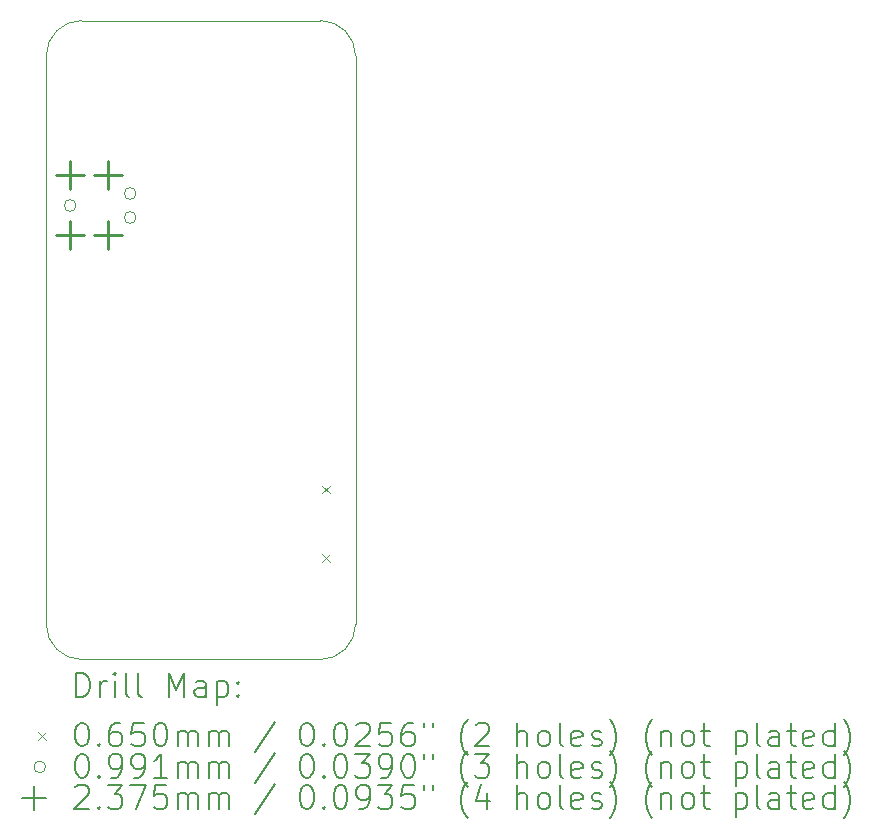
<source format=gbr>
%TF.GenerationSoftware,KiCad,Pcbnew,7.0.9+1*%
%TF.CreationDate,2024-01-15T22:22:26-05:00*%
%TF.ProjectId,2812-32-mini,32383132-2d33-4322-9d6d-696e692e6b69,rev?*%
%TF.SameCoordinates,Original*%
%TF.FileFunction,Drillmap*%
%TF.FilePolarity,Positive*%
%FSLAX45Y45*%
G04 Gerber Fmt 4.5, Leading zero omitted, Abs format (unit mm)*
G04 Created by KiCad (PCBNEW 7.0.9+1) date 2024-01-15 22:22:26*
%MOMM*%
%LPD*%
G01*
G04 APERTURE LIST*
%ADD10C,0.100000*%
%ADD11C,0.200000*%
%ADD12C,0.237490*%
G04 APERTURE END LIST*
D10*
X8000000Y-1800000D02*
G75*
G03*
X7700000Y-2100000I0J-300000D01*
G01*
X7700000Y-2100000D02*
X7700000Y-6910000D01*
X10020000Y-7210000D02*
X8000000Y-7210000D01*
X10320000Y-2100000D02*
X10320000Y-6910000D01*
X10320000Y-2100000D02*
G75*
G03*
X10020000Y-1800000I-300000J0D01*
G01*
X8000000Y-1800000D02*
X10020000Y-1800000D01*
X7700000Y-6910000D02*
G75*
G03*
X8000000Y-7210000I300000J0D01*
G01*
X10020000Y-7210000D02*
G75*
G03*
X10320000Y-6910000I0J300000D01*
G01*
D11*
D10*
X10036500Y-5738500D02*
X10101500Y-5803500D01*
X10101500Y-5738500D02*
X10036500Y-5803500D01*
X10036500Y-6316500D02*
X10101500Y-6381500D01*
X10101500Y-6316500D02*
X10036500Y-6381500D01*
X7952030Y-3366000D02*
G75*
G03*
X7952030Y-3366000I-49530J0D01*
G01*
X8460030Y-3264400D02*
G75*
G03*
X8460030Y-3264400I-49530J0D01*
G01*
X8460030Y-3467600D02*
G75*
G03*
X8460030Y-3467600I-49530J0D01*
G01*
D12*
X7902500Y-2993255D02*
X7902500Y-3230745D01*
X7783755Y-3112000D02*
X8021245Y-3112000D01*
X7902500Y-3501255D02*
X7902500Y-3738745D01*
X7783755Y-3620000D02*
X8021245Y-3620000D01*
X8220000Y-2993255D02*
X8220000Y-3230745D01*
X8101255Y-3112000D02*
X8338745Y-3112000D01*
X8220000Y-3501255D02*
X8220000Y-3738745D01*
X8101255Y-3620000D02*
X8338745Y-3620000D01*
D11*
X7955777Y-7526484D02*
X7955777Y-7326484D01*
X7955777Y-7326484D02*
X8003396Y-7326484D01*
X8003396Y-7326484D02*
X8031967Y-7336008D01*
X8031967Y-7336008D02*
X8051015Y-7355055D01*
X8051015Y-7355055D02*
X8060539Y-7374103D01*
X8060539Y-7374103D02*
X8070062Y-7412198D01*
X8070062Y-7412198D02*
X8070062Y-7440769D01*
X8070062Y-7440769D02*
X8060539Y-7478865D01*
X8060539Y-7478865D02*
X8051015Y-7497912D01*
X8051015Y-7497912D02*
X8031967Y-7516960D01*
X8031967Y-7516960D02*
X8003396Y-7526484D01*
X8003396Y-7526484D02*
X7955777Y-7526484D01*
X8155777Y-7526484D02*
X8155777Y-7393150D01*
X8155777Y-7431246D02*
X8165301Y-7412198D01*
X8165301Y-7412198D02*
X8174824Y-7402674D01*
X8174824Y-7402674D02*
X8193872Y-7393150D01*
X8193872Y-7393150D02*
X8212920Y-7393150D01*
X8279586Y-7526484D02*
X8279586Y-7393150D01*
X8279586Y-7326484D02*
X8270062Y-7336008D01*
X8270062Y-7336008D02*
X8279586Y-7345531D01*
X8279586Y-7345531D02*
X8289110Y-7336008D01*
X8289110Y-7336008D02*
X8279586Y-7326484D01*
X8279586Y-7326484D02*
X8279586Y-7345531D01*
X8403396Y-7526484D02*
X8384348Y-7516960D01*
X8384348Y-7516960D02*
X8374824Y-7497912D01*
X8374824Y-7497912D02*
X8374824Y-7326484D01*
X8508158Y-7526484D02*
X8489110Y-7516960D01*
X8489110Y-7516960D02*
X8479586Y-7497912D01*
X8479586Y-7497912D02*
X8479586Y-7326484D01*
X8736729Y-7526484D02*
X8736729Y-7326484D01*
X8736729Y-7326484D02*
X8803396Y-7469341D01*
X8803396Y-7469341D02*
X8870063Y-7326484D01*
X8870063Y-7326484D02*
X8870063Y-7526484D01*
X9051015Y-7526484D02*
X9051015Y-7421722D01*
X9051015Y-7421722D02*
X9041491Y-7402674D01*
X9041491Y-7402674D02*
X9022444Y-7393150D01*
X9022444Y-7393150D02*
X8984348Y-7393150D01*
X8984348Y-7393150D02*
X8965301Y-7402674D01*
X9051015Y-7516960D02*
X9031967Y-7526484D01*
X9031967Y-7526484D02*
X8984348Y-7526484D01*
X8984348Y-7526484D02*
X8965301Y-7516960D01*
X8965301Y-7516960D02*
X8955777Y-7497912D01*
X8955777Y-7497912D02*
X8955777Y-7478865D01*
X8955777Y-7478865D02*
X8965301Y-7459817D01*
X8965301Y-7459817D02*
X8984348Y-7450293D01*
X8984348Y-7450293D02*
X9031967Y-7450293D01*
X9031967Y-7450293D02*
X9051015Y-7440769D01*
X9146253Y-7393150D02*
X9146253Y-7593150D01*
X9146253Y-7402674D02*
X9165301Y-7393150D01*
X9165301Y-7393150D02*
X9203396Y-7393150D01*
X9203396Y-7393150D02*
X9222444Y-7402674D01*
X9222444Y-7402674D02*
X9231967Y-7412198D01*
X9231967Y-7412198D02*
X9241491Y-7431246D01*
X9241491Y-7431246D02*
X9241491Y-7488388D01*
X9241491Y-7488388D02*
X9231967Y-7507436D01*
X9231967Y-7507436D02*
X9222444Y-7516960D01*
X9222444Y-7516960D02*
X9203396Y-7526484D01*
X9203396Y-7526484D02*
X9165301Y-7526484D01*
X9165301Y-7526484D02*
X9146253Y-7516960D01*
X9327205Y-7507436D02*
X9336729Y-7516960D01*
X9336729Y-7516960D02*
X9327205Y-7526484D01*
X9327205Y-7526484D02*
X9317682Y-7516960D01*
X9317682Y-7516960D02*
X9327205Y-7507436D01*
X9327205Y-7507436D02*
X9327205Y-7526484D01*
X9327205Y-7402674D02*
X9336729Y-7412198D01*
X9336729Y-7412198D02*
X9327205Y-7421722D01*
X9327205Y-7421722D02*
X9317682Y-7412198D01*
X9317682Y-7412198D02*
X9327205Y-7402674D01*
X9327205Y-7402674D02*
X9327205Y-7421722D01*
D10*
X7630000Y-7822500D02*
X7695000Y-7887500D01*
X7695000Y-7822500D02*
X7630000Y-7887500D01*
D11*
X7993872Y-7746484D02*
X8012920Y-7746484D01*
X8012920Y-7746484D02*
X8031967Y-7756008D01*
X8031967Y-7756008D02*
X8041491Y-7765531D01*
X8041491Y-7765531D02*
X8051015Y-7784579D01*
X8051015Y-7784579D02*
X8060539Y-7822674D01*
X8060539Y-7822674D02*
X8060539Y-7870293D01*
X8060539Y-7870293D02*
X8051015Y-7908388D01*
X8051015Y-7908388D02*
X8041491Y-7927436D01*
X8041491Y-7927436D02*
X8031967Y-7936960D01*
X8031967Y-7936960D02*
X8012920Y-7946484D01*
X8012920Y-7946484D02*
X7993872Y-7946484D01*
X7993872Y-7946484D02*
X7974824Y-7936960D01*
X7974824Y-7936960D02*
X7965301Y-7927436D01*
X7965301Y-7927436D02*
X7955777Y-7908388D01*
X7955777Y-7908388D02*
X7946253Y-7870293D01*
X7946253Y-7870293D02*
X7946253Y-7822674D01*
X7946253Y-7822674D02*
X7955777Y-7784579D01*
X7955777Y-7784579D02*
X7965301Y-7765531D01*
X7965301Y-7765531D02*
X7974824Y-7756008D01*
X7974824Y-7756008D02*
X7993872Y-7746484D01*
X8146253Y-7927436D02*
X8155777Y-7936960D01*
X8155777Y-7936960D02*
X8146253Y-7946484D01*
X8146253Y-7946484D02*
X8136729Y-7936960D01*
X8136729Y-7936960D02*
X8146253Y-7927436D01*
X8146253Y-7927436D02*
X8146253Y-7946484D01*
X8327205Y-7746484D02*
X8289110Y-7746484D01*
X8289110Y-7746484D02*
X8270062Y-7756008D01*
X8270062Y-7756008D02*
X8260539Y-7765531D01*
X8260539Y-7765531D02*
X8241491Y-7794103D01*
X8241491Y-7794103D02*
X8231967Y-7832198D01*
X8231967Y-7832198D02*
X8231967Y-7908388D01*
X8231967Y-7908388D02*
X8241491Y-7927436D01*
X8241491Y-7927436D02*
X8251015Y-7936960D01*
X8251015Y-7936960D02*
X8270062Y-7946484D01*
X8270062Y-7946484D02*
X8308158Y-7946484D01*
X8308158Y-7946484D02*
X8327205Y-7936960D01*
X8327205Y-7936960D02*
X8336729Y-7927436D01*
X8336729Y-7927436D02*
X8346253Y-7908388D01*
X8346253Y-7908388D02*
X8346253Y-7860769D01*
X8346253Y-7860769D02*
X8336729Y-7841722D01*
X8336729Y-7841722D02*
X8327205Y-7832198D01*
X8327205Y-7832198D02*
X8308158Y-7822674D01*
X8308158Y-7822674D02*
X8270062Y-7822674D01*
X8270062Y-7822674D02*
X8251015Y-7832198D01*
X8251015Y-7832198D02*
X8241491Y-7841722D01*
X8241491Y-7841722D02*
X8231967Y-7860769D01*
X8527205Y-7746484D02*
X8431967Y-7746484D01*
X8431967Y-7746484D02*
X8422444Y-7841722D01*
X8422444Y-7841722D02*
X8431967Y-7832198D01*
X8431967Y-7832198D02*
X8451015Y-7822674D01*
X8451015Y-7822674D02*
X8498634Y-7822674D01*
X8498634Y-7822674D02*
X8517682Y-7832198D01*
X8517682Y-7832198D02*
X8527205Y-7841722D01*
X8527205Y-7841722D02*
X8536729Y-7860769D01*
X8536729Y-7860769D02*
X8536729Y-7908388D01*
X8536729Y-7908388D02*
X8527205Y-7927436D01*
X8527205Y-7927436D02*
X8517682Y-7936960D01*
X8517682Y-7936960D02*
X8498634Y-7946484D01*
X8498634Y-7946484D02*
X8451015Y-7946484D01*
X8451015Y-7946484D02*
X8431967Y-7936960D01*
X8431967Y-7936960D02*
X8422444Y-7927436D01*
X8660539Y-7746484D02*
X8679586Y-7746484D01*
X8679586Y-7746484D02*
X8698634Y-7756008D01*
X8698634Y-7756008D02*
X8708158Y-7765531D01*
X8708158Y-7765531D02*
X8717682Y-7784579D01*
X8717682Y-7784579D02*
X8727205Y-7822674D01*
X8727205Y-7822674D02*
X8727205Y-7870293D01*
X8727205Y-7870293D02*
X8717682Y-7908388D01*
X8717682Y-7908388D02*
X8708158Y-7927436D01*
X8708158Y-7927436D02*
X8698634Y-7936960D01*
X8698634Y-7936960D02*
X8679586Y-7946484D01*
X8679586Y-7946484D02*
X8660539Y-7946484D01*
X8660539Y-7946484D02*
X8641491Y-7936960D01*
X8641491Y-7936960D02*
X8631967Y-7927436D01*
X8631967Y-7927436D02*
X8622444Y-7908388D01*
X8622444Y-7908388D02*
X8612920Y-7870293D01*
X8612920Y-7870293D02*
X8612920Y-7822674D01*
X8612920Y-7822674D02*
X8622444Y-7784579D01*
X8622444Y-7784579D02*
X8631967Y-7765531D01*
X8631967Y-7765531D02*
X8641491Y-7756008D01*
X8641491Y-7756008D02*
X8660539Y-7746484D01*
X8812920Y-7946484D02*
X8812920Y-7813150D01*
X8812920Y-7832198D02*
X8822444Y-7822674D01*
X8822444Y-7822674D02*
X8841491Y-7813150D01*
X8841491Y-7813150D02*
X8870063Y-7813150D01*
X8870063Y-7813150D02*
X8889110Y-7822674D01*
X8889110Y-7822674D02*
X8898634Y-7841722D01*
X8898634Y-7841722D02*
X8898634Y-7946484D01*
X8898634Y-7841722D02*
X8908158Y-7822674D01*
X8908158Y-7822674D02*
X8927205Y-7813150D01*
X8927205Y-7813150D02*
X8955777Y-7813150D01*
X8955777Y-7813150D02*
X8974825Y-7822674D01*
X8974825Y-7822674D02*
X8984348Y-7841722D01*
X8984348Y-7841722D02*
X8984348Y-7946484D01*
X9079586Y-7946484D02*
X9079586Y-7813150D01*
X9079586Y-7832198D02*
X9089110Y-7822674D01*
X9089110Y-7822674D02*
X9108158Y-7813150D01*
X9108158Y-7813150D02*
X9136729Y-7813150D01*
X9136729Y-7813150D02*
X9155777Y-7822674D01*
X9155777Y-7822674D02*
X9165301Y-7841722D01*
X9165301Y-7841722D02*
X9165301Y-7946484D01*
X9165301Y-7841722D02*
X9174825Y-7822674D01*
X9174825Y-7822674D02*
X9193872Y-7813150D01*
X9193872Y-7813150D02*
X9222444Y-7813150D01*
X9222444Y-7813150D02*
X9241491Y-7822674D01*
X9241491Y-7822674D02*
X9251015Y-7841722D01*
X9251015Y-7841722D02*
X9251015Y-7946484D01*
X9641491Y-7736960D02*
X9470063Y-7994103D01*
X9898634Y-7746484D02*
X9917682Y-7746484D01*
X9917682Y-7746484D02*
X9936729Y-7756008D01*
X9936729Y-7756008D02*
X9946253Y-7765531D01*
X9946253Y-7765531D02*
X9955777Y-7784579D01*
X9955777Y-7784579D02*
X9965301Y-7822674D01*
X9965301Y-7822674D02*
X9965301Y-7870293D01*
X9965301Y-7870293D02*
X9955777Y-7908388D01*
X9955777Y-7908388D02*
X9946253Y-7927436D01*
X9946253Y-7927436D02*
X9936729Y-7936960D01*
X9936729Y-7936960D02*
X9917682Y-7946484D01*
X9917682Y-7946484D02*
X9898634Y-7946484D01*
X9898634Y-7946484D02*
X9879587Y-7936960D01*
X9879587Y-7936960D02*
X9870063Y-7927436D01*
X9870063Y-7927436D02*
X9860539Y-7908388D01*
X9860539Y-7908388D02*
X9851015Y-7870293D01*
X9851015Y-7870293D02*
X9851015Y-7822674D01*
X9851015Y-7822674D02*
X9860539Y-7784579D01*
X9860539Y-7784579D02*
X9870063Y-7765531D01*
X9870063Y-7765531D02*
X9879587Y-7756008D01*
X9879587Y-7756008D02*
X9898634Y-7746484D01*
X10051015Y-7927436D02*
X10060539Y-7936960D01*
X10060539Y-7936960D02*
X10051015Y-7946484D01*
X10051015Y-7946484D02*
X10041491Y-7936960D01*
X10041491Y-7936960D02*
X10051015Y-7927436D01*
X10051015Y-7927436D02*
X10051015Y-7946484D01*
X10184348Y-7746484D02*
X10203396Y-7746484D01*
X10203396Y-7746484D02*
X10222444Y-7756008D01*
X10222444Y-7756008D02*
X10231968Y-7765531D01*
X10231968Y-7765531D02*
X10241491Y-7784579D01*
X10241491Y-7784579D02*
X10251015Y-7822674D01*
X10251015Y-7822674D02*
X10251015Y-7870293D01*
X10251015Y-7870293D02*
X10241491Y-7908388D01*
X10241491Y-7908388D02*
X10231968Y-7927436D01*
X10231968Y-7927436D02*
X10222444Y-7936960D01*
X10222444Y-7936960D02*
X10203396Y-7946484D01*
X10203396Y-7946484D02*
X10184348Y-7946484D01*
X10184348Y-7946484D02*
X10165301Y-7936960D01*
X10165301Y-7936960D02*
X10155777Y-7927436D01*
X10155777Y-7927436D02*
X10146253Y-7908388D01*
X10146253Y-7908388D02*
X10136729Y-7870293D01*
X10136729Y-7870293D02*
X10136729Y-7822674D01*
X10136729Y-7822674D02*
X10146253Y-7784579D01*
X10146253Y-7784579D02*
X10155777Y-7765531D01*
X10155777Y-7765531D02*
X10165301Y-7756008D01*
X10165301Y-7756008D02*
X10184348Y-7746484D01*
X10327206Y-7765531D02*
X10336729Y-7756008D01*
X10336729Y-7756008D02*
X10355777Y-7746484D01*
X10355777Y-7746484D02*
X10403396Y-7746484D01*
X10403396Y-7746484D02*
X10422444Y-7756008D01*
X10422444Y-7756008D02*
X10431968Y-7765531D01*
X10431968Y-7765531D02*
X10441491Y-7784579D01*
X10441491Y-7784579D02*
X10441491Y-7803627D01*
X10441491Y-7803627D02*
X10431968Y-7832198D01*
X10431968Y-7832198D02*
X10317682Y-7946484D01*
X10317682Y-7946484D02*
X10441491Y-7946484D01*
X10622444Y-7746484D02*
X10527206Y-7746484D01*
X10527206Y-7746484D02*
X10517682Y-7841722D01*
X10517682Y-7841722D02*
X10527206Y-7832198D01*
X10527206Y-7832198D02*
X10546253Y-7822674D01*
X10546253Y-7822674D02*
X10593872Y-7822674D01*
X10593872Y-7822674D02*
X10612920Y-7832198D01*
X10612920Y-7832198D02*
X10622444Y-7841722D01*
X10622444Y-7841722D02*
X10631968Y-7860769D01*
X10631968Y-7860769D02*
X10631968Y-7908388D01*
X10631968Y-7908388D02*
X10622444Y-7927436D01*
X10622444Y-7927436D02*
X10612920Y-7936960D01*
X10612920Y-7936960D02*
X10593872Y-7946484D01*
X10593872Y-7946484D02*
X10546253Y-7946484D01*
X10546253Y-7946484D02*
X10527206Y-7936960D01*
X10527206Y-7936960D02*
X10517682Y-7927436D01*
X10803396Y-7746484D02*
X10765301Y-7746484D01*
X10765301Y-7746484D02*
X10746253Y-7756008D01*
X10746253Y-7756008D02*
X10736729Y-7765531D01*
X10736729Y-7765531D02*
X10717682Y-7794103D01*
X10717682Y-7794103D02*
X10708158Y-7832198D01*
X10708158Y-7832198D02*
X10708158Y-7908388D01*
X10708158Y-7908388D02*
X10717682Y-7927436D01*
X10717682Y-7927436D02*
X10727206Y-7936960D01*
X10727206Y-7936960D02*
X10746253Y-7946484D01*
X10746253Y-7946484D02*
X10784349Y-7946484D01*
X10784349Y-7946484D02*
X10803396Y-7936960D01*
X10803396Y-7936960D02*
X10812920Y-7927436D01*
X10812920Y-7927436D02*
X10822444Y-7908388D01*
X10822444Y-7908388D02*
X10822444Y-7860769D01*
X10822444Y-7860769D02*
X10812920Y-7841722D01*
X10812920Y-7841722D02*
X10803396Y-7832198D01*
X10803396Y-7832198D02*
X10784349Y-7822674D01*
X10784349Y-7822674D02*
X10746253Y-7822674D01*
X10746253Y-7822674D02*
X10727206Y-7832198D01*
X10727206Y-7832198D02*
X10717682Y-7841722D01*
X10717682Y-7841722D02*
X10708158Y-7860769D01*
X10898634Y-7746484D02*
X10898634Y-7784579D01*
X10974825Y-7746484D02*
X10974825Y-7784579D01*
X11270063Y-8022674D02*
X11260539Y-8013150D01*
X11260539Y-8013150D02*
X11241491Y-7984579D01*
X11241491Y-7984579D02*
X11231968Y-7965531D01*
X11231968Y-7965531D02*
X11222444Y-7936960D01*
X11222444Y-7936960D02*
X11212920Y-7889341D01*
X11212920Y-7889341D02*
X11212920Y-7851246D01*
X11212920Y-7851246D02*
X11222444Y-7803627D01*
X11222444Y-7803627D02*
X11231968Y-7775055D01*
X11231968Y-7775055D02*
X11241491Y-7756008D01*
X11241491Y-7756008D02*
X11260539Y-7727436D01*
X11260539Y-7727436D02*
X11270063Y-7717912D01*
X11336729Y-7765531D02*
X11346253Y-7756008D01*
X11346253Y-7756008D02*
X11365301Y-7746484D01*
X11365301Y-7746484D02*
X11412920Y-7746484D01*
X11412920Y-7746484D02*
X11431968Y-7756008D01*
X11431968Y-7756008D02*
X11441491Y-7765531D01*
X11441491Y-7765531D02*
X11451015Y-7784579D01*
X11451015Y-7784579D02*
X11451015Y-7803627D01*
X11451015Y-7803627D02*
X11441491Y-7832198D01*
X11441491Y-7832198D02*
X11327206Y-7946484D01*
X11327206Y-7946484D02*
X11451015Y-7946484D01*
X11689110Y-7946484D02*
X11689110Y-7746484D01*
X11774825Y-7946484D02*
X11774825Y-7841722D01*
X11774825Y-7841722D02*
X11765301Y-7822674D01*
X11765301Y-7822674D02*
X11746253Y-7813150D01*
X11746253Y-7813150D02*
X11717682Y-7813150D01*
X11717682Y-7813150D02*
X11698634Y-7822674D01*
X11698634Y-7822674D02*
X11689110Y-7832198D01*
X11898634Y-7946484D02*
X11879587Y-7936960D01*
X11879587Y-7936960D02*
X11870063Y-7927436D01*
X11870063Y-7927436D02*
X11860539Y-7908388D01*
X11860539Y-7908388D02*
X11860539Y-7851246D01*
X11860539Y-7851246D02*
X11870063Y-7832198D01*
X11870063Y-7832198D02*
X11879587Y-7822674D01*
X11879587Y-7822674D02*
X11898634Y-7813150D01*
X11898634Y-7813150D02*
X11927206Y-7813150D01*
X11927206Y-7813150D02*
X11946253Y-7822674D01*
X11946253Y-7822674D02*
X11955777Y-7832198D01*
X11955777Y-7832198D02*
X11965301Y-7851246D01*
X11965301Y-7851246D02*
X11965301Y-7908388D01*
X11965301Y-7908388D02*
X11955777Y-7927436D01*
X11955777Y-7927436D02*
X11946253Y-7936960D01*
X11946253Y-7936960D02*
X11927206Y-7946484D01*
X11927206Y-7946484D02*
X11898634Y-7946484D01*
X12079587Y-7946484D02*
X12060539Y-7936960D01*
X12060539Y-7936960D02*
X12051015Y-7917912D01*
X12051015Y-7917912D02*
X12051015Y-7746484D01*
X12231968Y-7936960D02*
X12212920Y-7946484D01*
X12212920Y-7946484D02*
X12174825Y-7946484D01*
X12174825Y-7946484D02*
X12155777Y-7936960D01*
X12155777Y-7936960D02*
X12146253Y-7917912D01*
X12146253Y-7917912D02*
X12146253Y-7841722D01*
X12146253Y-7841722D02*
X12155777Y-7822674D01*
X12155777Y-7822674D02*
X12174825Y-7813150D01*
X12174825Y-7813150D02*
X12212920Y-7813150D01*
X12212920Y-7813150D02*
X12231968Y-7822674D01*
X12231968Y-7822674D02*
X12241491Y-7841722D01*
X12241491Y-7841722D02*
X12241491Y-7860769D01*
X12241491Y-7860769D02*
X12146253Y-7879817D01*
X12317682Y-7936960D02*
X12336730Y-7946484D01*
X12336730Y-7946484D02*
X12374825Y-7946484D01*
X12374825Y-7946484D02*
X12393872Y-7936960D01*
X12393872Y-7936960D02*
X12403396Y-7917912D01*
X12403396Y-7917912D02*
X12403396Y-7908388D01*
X12403396Y-7908388D02*
X12393872Y-7889341D01*
X12393872Y-7889341D02*
X12374825Y-7879817D01*
X12374825Y-7879817D02*
X12346253Y-7879817D01*
X12346253Y-7879817D02*
X12327206Y-7870293D01*
X12327206Y-7870293D02*
X12317682Y-7851246D01*
X12317682Y-7851246D02*
X12317682Y-7841722D01*
X12317682Y-7841722D02*
X12327206Y-7822674D01*
X12327206Y-7822674D02*
X12346253Y-7813150D01*
X12346253Y-7813150D02*
X12374825Y-7813150D01*
X12374825Y-7813150D02*
X12393872Y-7822674D01*
X12470063Y-8022674D02*
X12479587Y-8013150D01*
X12479587Y-8013150D02*
X12498634Y-7984579D01*
X12498634Y-7984579D02*
X12508158Y-7965531D01*
X12508158Y-7965531D02*
X12517682Y-7936960D01*
X12517682Y-7936960D02*
X12527206Y-7889341D01*
X12527206Y-7889341D02*
X12527206Y-7851246D01*
X12527206Y-7851246D02*
X12517682Y-7803627D01*
X12517682Y-7803627D02*
X12508158Y-7775055D01*
X12508158Y-7775055D02*
X12498634Y-7756008D01*
X12498634Y-7756008D02*
X12479587Y-7727436D01*
X12479587Y-7727436D02*
X12470063Y-7717912D01*
X12831968Y-8022674D02*
X12822444Y-8013150D01*
X12822444Y-8013150D02*
X12803396Y-7984579D01*
X12803396Y-7984579D02*
X12793872Y-7965531D01*
X12793872Y-7965531D02*
X12784349Y-7936960D01*
X12784349Y-7936960D02*
X12774825Y-7889341D01*
X12774825Y-7889341D02*
X12774825Y-7851246D01*
X12774825Y-7851246D02*
X12784349Y-7803627D01*
X12784349Y-7803627D02*
X12793872Y-7775055D01*
X12793872Y-7775055D02*
X12803396Y-7756008D01*
X12803396Y-7756008D02*
X12822444Y-7727436D01*
X12822444Y-7727436D02*
X12831968Y-7717912D01*
X12908158Y-7813150D02*
X12908158Y-7946484D01*
X12908158Y-7832198D02*
X12917682Y-7822674D01*
X12917682Y-7822674D02*
X12936730Y-7813150D01*
X12936730Y-7813150D02*
X12965301Y-7813150D01*
X12965301Y-7813150D02*
X12984349Y-7822674D01*
X12984349Y-7822674D02*
X12993872Y-7841722D01*
X12993872Y-7841722D02*
X12993872Y-7946484D01*
X13117682Y-7946484D02*
X13098634Y-7936960D01*
X13098634Y-7936960D02*
X13089111Y-7927436D01*
X13089111Y-7927436D02*
X13079587Y-7908388D01*
X13079587Y-7908388D02*
X13079587Y-7851246D01*
X13079587Y-7851246D02*
X13089111Y-7832198D01*
X13089111Y-7832198D02*
X13098634Y-7822674D01*
X13098634Y-7822674D02*
X13117682Y-7813150D01*
X13117682Y-7813150D02*
X13146253Y-7813150D01*
X13146253Y-7813150D02*
X13165301Y-7822674D01*
X13165301Y-7822674D02*
X13174825Y-7832198D01*
X13174825Y-7832198D02*
X13184349Y-7851246D01*
X13184349Y-7851246D02*
X13184349Y-7908388D01*
X13184349Y-7908388D02*
X13174825Y-7927436D01*
X13174825Y-7927436D02*
X13165301Y-7936960D01*
X13165301Y-7936960D02*
X13146253Y-7946484D01*
X13146253Y-7946484D02*
X13117682Y-7946484D01*
X13241492Y-7813150D02*
X13317682Y-7813150D01*
X13270063Y-7746484D02*
X13270063Y-7917912D01*
X13270063Y-7917912D02*
X13279587Y-7936960D01*
X13279587Y-7936960D02*
X13298634Y-7946484D01*
X13298634Y-7946484D02*
X13317682Y-7946484D01*
X13536730Y-7813150D02*
X13536730Y-8013150D01*
X13536730Y-7822674D02*
X13555777Y-7813150D01*
X13555777Y-7813150D02*
X13593873Y-7813150D01*
X13593873Y-7813150D02*
X13612920Y-7822674D01*
X13612920Y-7822674D02*
X13622444Y-7832198D01*
X13622444Y-7832198D02*
X13631968Y-7851246D01*
X13631968Y-7851246D02*
X13631968Y-7908388D01*
X13631968Y-7908388D02*
X13622444Y-7927436D01*
X13622444Y-7927436D02*
X13612920Y-7936960D01*
X13612920Y-7936960D02*
X13593873Y-7946484D01*
X13593873Y-7946484D02*
X13555777Y-7946484D01*
X13555777Y-7946484D02*
X13536730Y-7936960D01*
X13746253Y-7946484D02*
X13727206Y-7936960D01*
X13727206Y-7936960D02*
X13717682Y-7917912D01*
X13717682Y-7917912D02*
X13717682Y-7746484D01*
X13908158Y-7946484D02*
X13908158Y-7841722D01*
X13908158Y-7841722D02*
X13898634Y-7822674D01*
X13898634Y-7822674D02*
X13879587Y-7813150D01*
X13879587Y-7813150D02*
X13841492Y-7813150D01*
X13841492Y-7813150D02*
X13822444Y-7822674D01*
X13908158Y-7936960D02*
X13889111Y-7946484D01*
X13889111Y-7946484D02*
X13841492Y-7946484D01*
X13841492Y-7946484D02*
X13822444Y-7936960D01*
X13822444Y-7936960D02*
X13812920Y-7917912D01*
X13812920Y-7917912D02*
X13812920Y-7898865D01*
X13812920Y-7898865D02*
X13822444Y-7879817D01*
X13822444Y-7879817D02*
X13841492Y-7870293D01*
X13841492Y-7870293D02*
X13889111Y-7870293D01*
X13889111Y-7870293D02*
X13908158Y-7860769D01*
X13974825Y-7813150D02*
X14051015Y-7813150D01*
X14003396Y-7746484D02*
X14003396Y-7917912D01*
X14003396Y-7917912D02*
X14012920Y-7936960D01*
X14012920Y-7936960D02*
X14031968Y-7946484D01*
X14031968Y-7946484D02*
X14051015Y-7946484D01*
X14193873Y-7936960D02*
X14174825Y-7946484D01*
X14174825Y-7946484D02*
X14136730Y-7946484D01*
X14136730Y-7946484D02*
X14117682Y-7936960D01*
X14117682Y-7936960D02*
X14108158Y-7917912D01*
X14108158Y-7917912D02*
X14108158Y-7841722D01*
X14108158Y-7841722D02*
X14117682Y-7822674D01*
X14117682Y-7822674D02*
X14136730Y-7813150D01*
X14136730Y-7813150D02*
X14174825Y-7813150D01*
X14174825Y-7813150D02*
X14193873Y-7822674D01*
X14193873Y-7822674D02*
X14203396Y-7841722D01*
X14203396Y-7841722D02*
X14203396Y-7860769D01*
X14203396Y-7860769D02*
X14108158Y-7879817D01*
X14374825Y-7946484D02*
X14374825Y-7746484D01*
X14374825Y-7936960D02*
X14355777Y-7946484D01*
X14355777Y-7946484D02*
X14317682Y-7946484D01*
X14317682Y-7946484D02*
X14298634Y-7936960D01*
X14298634Y-7936960D02*
X14289111Y-7927436D01*
X14289111Y-7927436D02*
X14279587Y-7908388D01*
X14279587Y-7908388D02*
X14279587Y-7851246D01*
X14279587Y-7851246D02*
X14289111Y-7832198D01*
X14289111Y-7832198D02*
X14298634Y-7822674D01*
X14298634Y-7822674D02*
X14317682Y-7813150D01*
X14317682Y-7813150D02*
X14355777Y-7813150D01*
X14355777Y-7813150D02*
X14374825Y-7822674D01*
X14451015Y-8022674D02*
X14460539Y-8013150D01*
X14460539Y-8013150D02*
X14479587Y-7984579D01*
X14479587Y-7984579D02*
X14489111Y-7965531D01*
X14489111Y-7965531D02*
X14498634Y-7936960D01*
X14498634Y-7936960D02*
X14508158Y-7889341D01*
X14508158Y-7889341D02*
X14508158Y-7851246D01*
X14508158Y-7851246D02*
X14498634Y-7803627D01*
X14498634Y-7803627D02*
X14489111Y-7775055D01*
X14489111Y-7775055D02*
X14479587Y-7756008D01*
X14479587Y-7756008D02*
X14460539Y-7727436D01*
X14460539Y-7727436D02*
X14451015Y-7717912D01*
D10*
X7695000Y-8119000D02*
G75*
G03*
X7695000Y-8119000I-49530J0D01*
G01*
D11*
X7993872Y-8010484D02*
X8012920Y-8010484D01*
X8012920Y-8010484D02*
X8031967Y-8020008D01*
X8031967Y-8020008D02*
X8041491Y-8029531D01*
X8041491Y-8029531D02*
X8051015Y-8048579D01*
X8051015Y-8048579D02*
X8060539Y-8086674D01*
X8060539Y-8086674D02*
X8060539Y-8134293D01*
X8060539Y-8134293D02*
X8051015Y-8172388D01*
X8051015Y-8172388D02*
X8041491Y-8191436D01*
X8041491Y-8191436D02*
X8031967Y-8200960D01*
X8031967Y-8200960D02*
X8012920Y-8210484D01*
X8012920Y-8210484D02*
X7993872Y-8210484D01*
X7993872Y-8210484D02*
X7974824Y-8200960D01*
X7974824Y-8200960D02*
X7965301Y-8191436D01*
X7965301Y-8191436D02*
X7955777Y-8172388D01*
X7955777Y-8172388D02*
X7946253Y-8134293D01*
X7946253Y-8134293D02*
X7946253Y-8086674D01*
X7946253Y-8086674D02*
X7955777Y-8048579D01*
X7955777Y-8048579D02*
X7965301Y-8029531D01*
X7965301Y-8029531D02*
X7974824Y-8020008D01*
X7974824Y-8020008D02*
X7993872Y-8010484D01*
X8146253Y-8191436D02*
X8155777Y-8200960D01*
X8155777Y-8200960D02*
X8146253Y-8210484D01*
X8146253Y-8210484D02*
X8136729Y-8200960D01*
X8136729Y-8200960D02*
X8146253Y-8191436D01*
X8146253Y-8191436D02*
X8146253Y-8210484D01*
X8251015Y-8210484D02*
X8289110Y-8210484D01*
X8289110Y-8210484D02*
X8308158Y-8200960D01*
X8308158Y-8200960D02*
X8317682Y-8191436D01*
X8317682Y-8191436D02*
X8336729Y-8162865D01*
X8336729Y-8162865D02*
X8346253Y-8124769D01*
X8346253Y-8124769D02*
X8346253Y-8048579D01*
X8346253Y-8048579D02*
X8336729Y-8029531D01*
X8336729Y-8029531D02*
X8327205Y-8020008D01*
X8327205Y-8020008D02*
X8308158Y-8010484D01*
X8308158Y-8010484D02*
X8270062Y-8010484D01*
X8270062Y-8010484D02*
X8251015Y-8020008D01*
X8251015Y-8020008D02*
X8241491Y-8029531D01*
X8241491Y-8029531D02*
X8231967Y-8048579D01*
X8231967Y-8048579D02*
X8231967Y-8096198D01*
X8231967Y-8096198D02*
X8241491Y-8115246D01*
X8241491Y-8115246D02*
X8251015Y-8124769D01*
X8251015Y-8124769D02*
X8270062Y-8134293D01*
X8270062Y-8134293D02*
X8308158Y-8134293D01*
X8308158Y-8134293D02*
X8327205Y-8124769D01*
X8327205Y-8124769D02*
X8336729Y-8115246D01*
X8336729Y-8115246D02*
X8346253Y-8096198D01*
X8441491Y-8210484D02*
X8479586Y-8210484D01*
X8479586Y-8210484D02*
X8498634Y-8200960D01*
X8498634Y-8200960D02*
X8508158Y-8191436D01*
X8508158Y-8191436D02*
X8527205Y-8162865D01*
X8527205Y-8162865D02*
X8536729Y-8124769D01*
X8536729Y-8124769D02*
X8536729Y-8048579D01*
X8536729Y-8048579D02*
X8527205Y-8029531D01*
X8527205Y-8029531D02*
X8517682Y-8020008D01*
X8517682Y-8020008D02*
X8498634Y-8010484D01*
X8498634Y-8010484D02*
X8460539Y-8010484D01*
X8460539Y-8010484D02*
X8441491Y-8020008D01*
X8441491Y-8020008D02*
X8431967Y-8029531D01*
X8431967Y-8029531D02*
X8422444Y-8048579D01*
X8422444Y-8048579D02*
X8422444Y-8096198D01*
X8422444Y-8096198D02*
X8431967Y-8115246D01*
X8431967Y-8115246D02*
X8441491Y-8124769D01*
X8441491Y-8124769D02*
X8460539Y-8134293D01*
X8460539Y-8134293D02*
X8498634Y-8134293D01*
X8498634Y-8134293D02*
X8517682Y-8124769D01*
X8517682Y-8124769D02*
X8527205Y-8115246D01*
X8527205Y-8115246D02*
X8536729Y-8096198D01*
X8727205Y-8210484D02*
X8612920Y-8210484D01*
X8670063Y-8210484D02*
X8670063Y-8010484D01*
X8670063Y-8010484D02*
X8651015Y-8039055D01*
X8651015Y-8039055D02*
X8631967Y-8058103D01*
X8631967Y-8058103D02*
X8612920Y-8067627D01*
X8812920Y-8210484D02*
X8812920Y-8077150D01*
X8812920Y-8096198D02*
X8822444Y-8086674D01*
X8822444Y-8086674D02*
X8841491Y-8077150D01*
X8841491Y-8077150D02*
X8870063Y-8077150D01*
X8870063Y-8077150D02*
X8889110Y-8086674D01*
X8889110Y-8086674D02*
X8898634Y-8105722D01*
X8898634Y-8105722D02*
X8898634Y-8210484D01*
X8898634Y-8105722D02*
X8908158Y-8086674D01*
X8908158Y-8086674D02*
X8927205Y-8077150D01*
X8927205Y-8077150D02*
X8955777Y-8077150D01*
X8955777Y-8077150D02*
X8974825Y-8086674D01*
X8974825Y-8086674D02*
X8984348Y-8105722D01*
X8984348Y-8105722D02*
X8984348Y-8210484D01*
X9079586Y-8210484D02*
X9079586Y-8077150D01*
X9079586Y-8096198D02*
X9089110Y-8086674D01*
X9089110Y-8086674D02*
X9108158Y-8077150D01*
X9108158Y-8077150D02*
X9136729Y-8077150D01*
X9136729Y-8077150D02*
X9155777Y-8086674D01*
X9155777Y-8086674D02*
X9165301Y-8105722D01*
X9165301Y-8105722D02*
X9165301Y-8210484D01*
X9165301Y-8105722D02*
X9174825Y-8086674D01*
X9174825Y-8086674D02*
X9193872Y-8077150D01*
X9193872Y-8077150D02*
X9222444Y-8077150D01*
X9222444Y-8077150D02*
X9241491Y-8086674D01*
X9241491Y-8086674D02*
X9251015Y-8105722D01*
X9251015Y-8105722D02*
X9251015Y-8210484D01*
X9641491Y-8000960D02*
X9470063Y-8258103D01*
X9898634Y-8010484D02*
X9917682Y-8010484D01*
X9917682Y-8010484D02*
X9936729Y-8020008D01*
X9936729Y-8020008D02*
X9946253Y-8029531D01*
X9946253Y-8029531D02*
X9955777Y-8048579D01*
X9955777Y-8048579D02*
X9965301Y-8086674D01*
X9965301Y-8086674D02*
X9965301Y-8134293D01*
X9965301Y-8134293D02*
X9955777Y-8172388D01*
X9955777Y-8172388D02*
X9946253Y-8191436D01*
X9946253Y-8191436D02*
X9936729Y-8200960D01*
X9936729Y-8200960D02*
X9917682Y-8210484D01*
X9917682Y-8210484D02*
X9898634Y-8210484D01*
X9898634Y-8210484D02*
X9879587Y-8200960D01*
X9879587Y-8200960D02*
X9870063Y-8191436D01*
X9870063Y-8191436D02*
X9860539Y-8172388D01*
X9860539Y-8172388D02*
X9851015Y-8134293D01*
X9851015Y-8134293D02*
X9851015Y-8086674D01*
X9851015Y-8086674D02*
X9860539Y-8048579D01*
X9860539Y-8048579D02*
X9870063Y-8029531D01*
X9870063Y-8029531D02*
X9879587Y-8020008D01*
X9879587Y-8020008D02*
X9898634Y-8010484D01*
X10051015Y-8191436D02*
X10060539Y-8200960D01*
X10060539Y-8200960D02*
X10051015Y-8210484D01*
X10051015Y-8210484D02*
X10041491Y-8200960D01*
X10041491Y-8200960D02*
X10051015Y-8191436D01*
X10051015Y-8191436D02*
X10051015Y-8210484D01*
X10184348Y-8010484D02*
X10203396Y-8010484D01*
X10203396Y-8010484D02*
X10222444Y-8020008D01*
X10222444Y-8020008D02*
X10231968Y-8029531D01*
X10231968Y-8029531D02*
X10241491Y-8048579D01*
X10241491Y-8048579D02*
X10251015Y-8086674D01*
X10251015Y-8086674D02*
X10251015Y-8134293D01*
X10251015Y-8134293D02*
X10241491Y-8172388D01*
X10241491Y-8172388D02*
X10231968Y-8191436D01*
X10231968Y-8191436D02*
X10222444Y-8200960D01*
X10222444Y-8200960D02*
X10203396Y-8210484D01*
X10203396Y-8210484D02*
X10184348Y-8210484D01*
X10184348Y-8210484D02*
X10165301Y-8200960D01*
X10165301Y-8200960D02*
X10155777Y-8191436D01*
X10155777Y-8191436D02*
X10146253Y-8172388D01*
X10146253Y-8172388D02*
X10136729Y-8134293D01*
X10136729Y-8134293D02*
X10136729Y-8086674D01*
X10136729Y-8086674D02*
X10146253Y-8048579D01*
X10146253Y-8048579D02*
X10155777Y-8029531D01*
X10155777Y-8029531D02*
X10165301Y-8020008D01*
X10165301Y-8020008D02*
X10184348Y-8010484D01*
X10317682Y-8010484D02*
X10441491Y-8010484D01*
X10441491Y-8010484D02*
X10374825Y-8086674D01*
X10374825Y-8086674D02*
X10403396Y-8086674D01*
X10403396Y-8086674D02*
X10422444Y-8096198D01*
X10422444Y-8096198D02*
X10431968Y-8105722D01*
X10431968Y-8105722D02*
X10441491Y-8124769D01*
X10441491Y-8124769D02*
X10441491Y-8172388D01*
X10441491Y-8172388D02*
X10431968Y-8191436D01*
X10431968Y-8191436D02*
X10422444Y-8200960D01*
X10422444Y-8200960D02*
X10403396Y-8210484D01*
X10403396Y-8210484D02*
X10346253Y-8210484D01*
X10346253Y-8210484D02*
X10327206Y-8200960D01*
X10327206Y-8200960D02*
X10317682Y-8191436D01*
X10536729Y-8210484D02*
X10574825Y-8210484D01*
X10574825Y-8210484D02*
X10593872Y-8200960D01*
X10593872Y-8200960D02*
X10603396Y-8191436D01*
X10603396Y-8191436D02*
X10622444Y-8162865D01*
X10622444Y-8162865D02*
X10631968Y-8124769D01*
X10631968Y-8124769D02*
X10631968Y-8048579D01*
X10631968Y-8048579D02*
X10622444Y-8029531D01*
X10622444Y-8029531D02*
X10612920Y-8020008D01*
X10612920Y-8020008D02*
X10593872Y-8010484D01*
X10593872Y-8010484D02*
X10555777Y-8010484D01*
X10555777Y-8010484D02*
X10536729Y-8020008D01*
X10536729Y-8020008D02*
X10527206Y-8029531D01*
X10527206Y-8029531D02*
X10517682Y-8048579D01*
X10517682Y-8048579D02*
X10517682Y-8096198D01*
X10517682Y-8096198D02*
X10527206Y-8115246D01*
X10527206Y-8115246D02*
X10536729Y-8124769D01*
X10536729Y-8124769D02*
X10555777Y-8134293D01*
X10555777Y-8134293D02*
X10593872Y-8134293D01*
X10593872Y-8134293D02*
X10612920Y-8124769D01*
X10612920Y-8124769D02*
X10622444Y-8115246D01*
X10622444Y-8115246D02*
X10631968Y-8096198D01*
X10755777Y-8010484D02*
X10774825Y-8010484D01*
X10774825Y-8010484D02*
X10793872Y-8020008D01*
X10793872Y-8020008D02*
X10803396Y-8029531D01*
X10803396Y-8029531D02*
X10812920Y-8048579D01*
X10812920Y-8048579D02*
X10822444Y-8086674D01*
X10822444Y-8086674D02*
X10822444Y-8134293D01*
X10822444Y-8134293D02*
X10812920Y-8172388D01*
X10812920Y-8172388D02*
X10803396Y-8191436D01*
X10803396Y-8191436D02*
X10793872Y-8200960D01*
X10793872Y-8200960D02*
X10774825Y-8210484D01*
X10774825Y-8210484D02*
X10755777Y-8210484D01*
X10755777Y-8210484D02*
X10736729Y-8200960D01*
X10736729Y-8200960D02*
X10727206Y-8191436D01*
X10727206Y-8191436D02*
X10717682Y-8172388D01*
X10717682Y-8172388D02*
X10708158Y-8134293D01*
X10708158Y-8134293D02*
X10708158Y-8086674D01*
X10708158Y-8086674D02*
X10717682Y-8048579D01*
X10717682Y-8048579D02*
X10727206Y-8029531D01*
X10727206Y-8029531D02*
X10736729Y-8020008D01*
X10736729Y-8020008D02*
X10755777Y-8010484D01*
X10898634Y-8010484D02*
X10898634Y-8048579D01*
X10974825Y-8010484D02*
X10974825Y-8048579D01*
X11270063Y-8286674D02*
X11260539Y-8277150D01*
X11260539Y-8277150D02*
X11241491Y-8248579D01*
X11241491Y-8248579D02*
X11231968Y-8229531D01*
X11231968Y-8229531D02*
X11222444Y-8200960D01*
X11222444Y-8200960D02*
X11212920Y-8153341D01*
X11212920Y-8153341D02*
X11212920Y-8115246D01*
X11212920Y-8115246D02*
X11222444Y-8067627D01*
X11222444Y-8067627D02*
X11231968Y-8039055D01*
X11231968Y-8039055D02*
X11241491Y-8020008D01*
X11241491Y-8020008D02*
X11260539Y-7991436D01*
X11260539Y-7991436D02*
X11270063Y-7981912D01*
X11327206Y-8010484D02*
X11451015Y-8010484D01*
X11451015Y-8010484D02*
X11384348Y-8086674D01*
X11384348Y-8086674D02*
X11412920Y-8086674D01*
X11412920Y-8086674D02*
X11431968Y-8096198D01*
X11431968Y-8096198D02*
X11441491Y-8105722D01*
X11441491Y-8105722D02*
X11451015Y-8124769D01*
X11451015Y-8124769D02*
X11451015Y-8172388D01*
X11451015Y-8172388D02*
X11441491Y-8191436D01*
X11441491Y-8191436D02*
X11431968Y-8200960D01*
X11431968Y-8200960D02*
X11412920Y-8210484D01*
X11412920Y-8210484D02*
X11355777Y-8210484D01*
X11355777Y-8210484D02*
X11336729Y-8200960D01*
X11336729Y-8200960D02*
X11327206Y-8191436D01*
X11689110Y-8210484D02*
X11689110Y-8010484D01*
X11774825Y-8210484D02*
X11774825Y-8105722D01*
X11774825Y-8105722D02*
X11765301Y-8086674D01*
X11765301Y-8086674D02*
X11746253Y-8077150D01*
X11746253Y-8077150D02*
X11717682Y-8077150D01*
X11717682Y-8077150D02*
X11698634Y-8086674D01*
X11698634Y-8086674D02*
X11689110Y-8096198D01*
X11898634Y-8210484D02*
X11879587Y-8200960D01*
X11879587Y-8200960D02*
X11870063Y-8191436D01*
X11870063Y-8191436D02*
X11860539Y-8172388D01*
X11860539Y-8172388D02*
X11860539Y-8115246D01*
X11860539Y-8115246D02*
X11870063Y-8096198D01*
X11870063Y-8096198D02*
X11879587Y-8086674D01*
X11879587Y-8086674D02*
X11898634Y-8077150D01*
X11898634Y-8077150D02*
X11927206Y-8077150D01*
X11927206Y-8077150D02*
X11946253Y-8086674D01*
X11946253Y-8086674D02*
X11955777Y-8096198D01*
X11955777Y-8096198D02*
X11965301Y-8115246D01*
X11965301Y-8115246D02*
X11965301Y-8172388D01*
X11965301Y-8172388D02*
X11955777Y-8191436D01*
X11955777Y-8191436D02*
X11946253Y-8200960D01*
X11946253Y-8200960D02*
X11927206Y-8210484D01*
X11927206Y-8210484D02*
X11898634Y-8210484D01*
X12079587Y-8210484D02*
X12060539Y-8200960D01*
X12060539Y-8200960D02*
X12051015Y-8181912D01*
X12051015Y-8181912D02*
X12051015Y-8010484D01*
X12231968Y-8200960D02*
X12212920Y-8210484D01*
X12212920Y-8210484D02*
X12174825Y-8210484D01*
X12174825Y-8210484D02*
X12155777Y-8200960D01*
X12155777Y-8200960D02*
X12146253Y-8181912D01*
X12146253Y-8181912D02*
X12146253Y-8105722D01*
X12146253Y-8105722D02*
X12155777Y-8086674D01*
X12155777Y-8086674D02*
X12174825Y-8077150D01*
X12174825Y-8077150D02*
X12212920Y-8077150D01*
X12212920Y-8077150D02*
X12231968Y-8086674D01*
X12231968Y-8086674D02*
X12241491Y-8105722D01*
X12241491Y-8105722D02*
X12241491Y-8124769D01*
X12241491Y-8124769D02*
X12146253Y-8143817D01*
X12317682Y-8200960D02*
X12336730Y-8210484D01*
X12336730Y-8210484D02*
X12374825Y-8210484D01*
X12374825Y-8210484D02*
X12393872Y-8200960D01*
X12393872Y-8200960D02*
X12403396Y-8181912D01*
X12403396Y-8181912D02*
X12403396Y-8172388D01*
X12403396Y-8172388D02*
X12393872Y-8153341D01*
X12393872Y-8153341D02*
X12374825Y-8143817D01*
X12374825Y-8143817D02*
X12346253Y-8143817D01*
X12346253Y-8143817D02*
X12327206Y-8134293D01*
X12327206Y-8134293D02*
X12317682Y-8115246D01*
X12317682Y-8115246D02*
X12317682Y-8105722D01*
X12317682Y-8105722D02*
X12327206Y-8086674D01*
X12327206Y-8086674D02*
X12346253Y-8077150D01*
X12346253Y-8077150D02*
X12374825Y-8077150D01*
X12374825Y-8077150D02*
X12393872Y-8086674D01*
X12470063Y-8286674D02*
X12479587Y-8277150D01*
X12479587Y-8277150D02*
X12498634Y-8248579D01*
X12498634Y-8248579D02*
X12508158Y-8229531D01*
X12508158Y-8229531D02*
X12517682Y-8200960D01*
X12517682Y-8200960D02*
X12527206Y-8153341D01*
X12527206Y-8153341D02*
X12527206Y-8115246D01*
X12527206Y-8115246D02*
X12517682Y-8067627D01*
X12517682Y-8067627D02*
X12508158Y-8039055D01*
X12508158Y-8039055D02*
X12498634Y-8020008D01*
X12498634Y-8020008D02*
X12479587Y-7991436D01*
X12479587Y-7991436D02*
X12470063Y-7981912D01*
X12831968Y-8286674D02*
X12822444Y-8277150D01*
X12822444Y-8277150D02*
X12803396Y-8248579D01*
X12803396Y-8248579D02*
X12793872Y-8229531D01*
X12793872Y-8229531D02*
X12784349Y-8200960D01*
X12784349Y-8200960D02*
X12774825Y-8153341D01*
X12774825Y-8153341D02*
X12774825Y-8115246D01*
X12774825Y-8115246D02*
X12784349Y-8067627D01*
X12784349Y-8067627D02*
X12793872Y-8039055D01*
X12793872Y-8039055D02*
X12803396Y-8020008D01*
X12803396Y-8020008D02*
X12822444Y-7991436D01*
X12822444Y-7991436D02*
X12831968Y-7981912D01*
X12908158Y-8077150D02*
X12908158Y-8210484D01*
X12908158Y-8096198D02*
X12917682Y-8086674D01*
X12917682Y-8086674D02*
X12936730Y-8077150D01*
X12936730Y-8077150D02*
X12965301Y-8077150D01*
X12965301Y-8077150D02*
X12984349Y-8086674D01*
X12984349Y-8086674D02*
X12993872Y-8105722D01*
X12993872Y-8105722D02*
X12993872Y-8210484D01*
X13117682Y-8210484D02*
X13098634Y-8200960D01*
X13098634Y-8200960D02*
X13089111Y-8191436D01*
X13089111Y-8191436D02*
X13079587Y-8172388D01*
X13079587Y-8172388D02*
X13079587Y-8115246D01*
X13079587Y-8115246D02*
X13089111Y-8096198D01*
X13089111Y-8096198D02*
X13098634Y-8086674D01*
X13098634Y-8086674D02*
X13117682Y-8077150D01*
X13117682Y-8077150D02*
X13146253Y-8077150D01*
X13146253Y-8077150D02*
X13165301Y-8086674D01*
X13165301Y-8086674D02*
X13174825Y-8096198D01*
X13174825Y-8096198D02*
X13184349Y-8115246D01*
X13184349Y-8115246D02*
X13184349Y-8172388D01*
X13184349Y-8172388D02*
X13174825Y-8191436D01*
X13174825Y-8191436D02*
X13165301Y-8200960D01*
X13165301Y-8200960D02*
X13146253Y-8210484D01*
X13146253Y-8210484D02*
X13117682Y-8210484D01*
X13241492Y-8077150D02*
X13317682Y-8077150D01*
X13270063Y-8010484D02*
X13270063Y-8181912D01*
X13270063Y-8181912D02*
X13279587Y-8200960D01*
X13279587Y-8200960D02*
X13298634Y-8210484D01*
X13298634Y-8210484D02*
X13317682Y-8210484D01*
X13536730Y-8077150D02*
X13536730Y-8277150D01*
X13536730Y-8086674D02*
X13555777Y-8077150D01*
X13555777Y-8077150D02*
X13593873Y-8077150D01*
X13593873Y-8077150D02*
X13612920Y-8086674D01*
X13612920Y-8086674D02*
X13622444Y-8096198D01*
X13622444Y-8096198D02*
X13631968Y-8115246D01*
X13631968Y-8115246D02*
X13631968Y-8172388D01*
X13631968Y-8172388D02*
X13622444Y-8191436D01*
X13622444Y-8191436D02*
X13612920Y-8200960D01*
X13612920Y-8200960D02*
X13593873Y-8210484D01*
X13593873Y-8210484D02*
X13555777Y-8210484D01*
X13555777Y-8210484D02*
X13536730Y-8200960D01*
X13746253Y-8210484D02*
X13727206Y-8200960D01*
X13727206Y-8200960D02*
X13717682Y-8181912D01*
X13717682Y-8181912D02*
X13717682Y-8010484D01*
X13908158Y-8210484D02*
X13908158Y-8105722D01*
X13908158Y-8105722D02*
X13898634Y-8086674D01*
X13898634Y-8086674D02*
X13879587Y-8077150D01*
X13879587Y-8077150D02*
X13841492Y-8077150D01*
X13841492Y-8077150D02*
X13822444Y-8086674D01*
X13908158Y-8200960D02*
X13889111Y-8210484D01*
X13889111Y-8210484D02*
X13841492Y-8210484D01*
X13841492Y-8210484D02*
X13822444Y-8200960D01*
X13822444Y-8200960D02*
X13812920Y-8181912D01*
X13812920Y-8181912D02*
X13812920Y-8162865D01*
X13812920Y-8162865D02*
X13822444Y-8143817D01*
X13822444Y-8143817D02*
X13841492Y-8134293D01*
X13841492Y-8134293D02*
X13889111Y-8134293D01*
X13889111Y-8134293D02*
X13908158Y-8124769D01*
X13974825Y-8077150D02*
X14051015Y-8077150D01*
X14003396Y-8010484D02*
X14003396Y-8181912D01*
X14003396Y-8181912D02*
X14012920Y-8200960D01*
X14012920Y-8200960D02*
X14031968Y-8210484D01*
X14031968Y-8210484D02*
X14051015Y-8210484D01*
X14193873Y-8200960D02*
X14174825Y-8210484D01*
X14174825Y-8210484D02*
X14136730Y-8210484D01*
X14136730Y-8210484D02*
X14117682Y-8200960D01*
X14117682Y-8200960D02*
X14108158Y-8181912D01*
X14108158Y-8181912D02*
X14108158Y-8105722D01*
X14108158Y-8105722D02*
X14117682Y-8086674D01*
X14117682Y-8086674D02*
X14136730Y-8077150D01*
X14136730Y-8077150D02*
X14174825Y-8077150D01*
X14174825Y-8077150D02*
X14193873Y-8086674D01*
X14193873Y-8086674D02*
X14203396Y-8105722D01*
X14203396Y-8105722D02*
X14203396Y-8124769D01*
X14203396Y-8124769D02*
X14108158Y-8143817D01*
X14374825Y-8210484D02*
X14374825Y-8010484D01*
X14374825Y-8200960D02*
X14355777Y-8210484D01*
X14355777Y-8210484D02*
X14317682Y-8210484D01*
X14317682Y-8210484D02*
X14298634Y-8200960D01*
X14298634Y-8200960D02*
X14289111Y-8191436D01*
X14289111Y-8191436D02*
X14279587Y-8172388D01*
X14279587Y-8172388D02*
X14279587Y-8115246D01*
X14279587Y-8115246D02*
X14289111Y-8096198D01*
X14289111Y-8096198D02*
X14298634Y-8086674D01*
X14298634Y-8086674D02*
X14317682Y-8077150D01*
X14317682Y-8077150D02*
X14355777Y-8077150D01*
X14355777Y-8077150D02*
X14374825Y-8086674D01*
X14451015Y-8286674D02*
X14460539Y-8277150D01*
X14460539Y-8277150D02*
X14479587Y-8248579D01*
X14479587Y-8248579D02*
X14489111Y-8229531D01*
X14489111Y-8229531D02*
X14498634Y-8200960D01*
X14498634Y-8200960D02*
X14508158Y-8153341D01*
X14508158Y-8153341D02*
X14508158Y-8115246D01*
X14508158Y-8115246D02*
X14498634Y-8067627D01*
X14498634Y-8067627D02*
X14489111Y-8039055D01*
X14489111Y-8039055D02*
X14479587Y-8020008D01*
X14479587Y-8020008D02*
X14460539Y-7991436D01*
X14460539Y-7991436D02*
X14451015Y-7981912D01*
X7595000Y-8283000D02*
X7595000Y-8483000D01*
X7495000Y-8383000D02*
X7695000Y-8383000D01*
X7946253Y-8293531D02*
X7955777Y-8284008D01*
X7955777Y-8284008D02*
X7974824Y-8274484D01*
X7974824Y-8274484D02*
X8022443Y-8274484D01*
X8022443Y-8274484D02*
X8041491Y-8284008D01*
X8041491Y-8284008D02*
X8051015Y-8293531D01*
X8051015Y-8293531D02*
X8060539Y-8312579D01*
X8060539Y-8312579D02*
X8060539Y-8331627D01*
X8060539Y-8331627D02*
X8051015Y-8360198D01*
X8051015Y-8360198D02*
X7936729Y-8474484D01*
X7936729Y-8474484D02*
X8060539Y-8474484D01*
X8146253Y-8455436D02*
X8155777Y-8464960D01*
X8155777Y-8464960D02*
X8146253Y-8474484D01*
X8146253Y-8474484D02*
X8136729Y-8464960D01*
X8136729Y-8464960D02*
X8146253Y-8455436D01*
X8146253Y-8455436D02*
X8146253Y-8474484D01*
X8222443Y-8274484D02*
X8346253Y-8274484D01*
X8346253Y-8274484D02*
X8279586Y-8350674D01*
X8279586Y-8350674D02*
X8308158Y-8350674D01*
X8308158Y-8350674D02*
X8327205Y-8360198D01*
X8327205Y-8360198D02*
X8336729Y-8369722D01*
X8336729Y-8369722D02*
X8346253Y-8388770D01*
X8346253Y-8388770D02*
X8346253Y-8436389D01*
X8346253Y-8436389D02*
X8336729Y-8455436D01*
X8336729Y-8455436D02*
X8327205Y-8464960D01*
X8327205Y-8464960D02*
X8308158Y-8474484D01*
X8308158Y-8474484D02*
X8251015Y-8474484D01*
X8251015Y-8474484D02*
X8231967Y-8464960D01*
X8231967Y-8464960D02*
X8222443Y-8455436D01*
X8412920Y-8274484D02*
X8546253Y-8274484D01*
X8546253Y-8274484D02*
X8460539Y-8474484D01*
X8717682Y-8274484D02*
X8622444Y-8274484D01*
X8622444Y-8274484D02*
X8612920Y-8369722D01*
X8612920Y-8369722D02*
X8622444Y-8360198D01*
X8622444Y-8360198D02*
X8641491Y-8350674D01*
X8641491Y-8350674D02*
X8689110Y-8350674D01*
X8689110Y-8350674D02*
X8708158Y-8360198D01*
X8708158Y-8360198D02*
X8717682Y-8369722D01*
X8717682Y-8369722D02*
X8727205Y-8388770D01*
X8727205Y-8388770D02*
X8727205Y-8436389D01*
X8727205Y-8436389D02*
X8717682Y-8455436D01*
X8717682Y-8455436D02*
X8708158Y-8464960D01*
X8708158Y-8464960D02*
X8689110Y-8474484D01*
X8689110Y-8474484D02*
X8641491Y-8474484D01*
X8641491Y-8474484D02*
X8622444Y-8464960D01*
X8622444Y-8464960D02*
X8612920Y-8455436D01*
X8812920Y-8474484D02*
X8812920Y-8341150D01*
X8812920Y-8360198D02*
X8822444Y-8350674D01*
X8822444Y-8350674D02*
X8841491Y-8341150D01*
X8841491Y-8341150D02*
X8870063Y-8341150D01*
X8870063Y-8341150D02*
X8889110Y-8350674D01*
X8889110Y-8350674D02*
X8898634Y-8369722D01*
X8898634Y-8369722D02*
X8898634Y-8474484D01*
X8898634Y-8369722D02*
X8908158Y-8350674D01*
X8908158Y-8350674D02*
X8927205Y-8341150D01*
X8927205Y-8341150D02*
X8955777Y-8341150D01*
X8955777Y-8341150D02*
X8974825Y-8350674D01*
X8974825Y-8350674D02*
X8984348Y-8369722D01*
X8984348Y-8369722D02*
X8984348Y-8474484D01*
X9079586Y-8474484D02*
X9079586Y-8341150D01*
X9079586Y-8360198D02*
X9089110Y-8350674D01*
X9089110Y-8350674D02*
X9108158Y-8341150D01*
X9108158Y-8341150D02*
X9136729Y-8341150D01*
X9136729Y-8341150D02*
X9155777Y-8350674D01*
X9155777Y-8350674D02*
X9165301Y-8369722D01*
X9165301Y-8369722D02*
X9165301Y-8474484D01*
X9165301Y-8369722D02*
X9174825Y-8350674D01*
X9174825Y-8350674D02*
X9193872Y-8341150D01*
X9193872Y-8341150D02*
X9222444Y-8341150D01*
X9222444Y-8341150D02*
X9241491Y-8350674D01*
X9241491Y-8350674D02*
X9251015Y-8369722D01*
X9251015Y-8369722D02*
X9251015Y-8474484D01*
X9641491Y-8264960D02*
X9470063Y-8522103D01*
X9898634Y-8274484D02*
X9917682Y-8274484D01*
X9917682Y-8274484D02*
X9936729Y-8284008D01*
X9936729Y-8284008D02*
X9946253Y-8293531D01*
X9946253Y-8293531D02*
X9955777Y-8312579D01*
X9955777Y-8312579D02*
X9965301Y-8350674D01*
X9965301Y-8350674D02*
X9965301Y-8398293D01*
X9965301Y-8398293D02*
X9955777Y-8436389D01*
X9955777Y-8436389D02*
X9946253Y-8455436D01*
X9946253Y-8455436D02*
X9936729Y-8464960D01*
X9936729Y-8464960D02*
X9917682Y-8474484D01*
X9917682Y-8474484D02*
X9898634Y-8474484D01*
X9898634Y-8474484D02*
X9879587Y-8464960D01*
X9879587Y-8464960D02*
X9870063Y-8455436D01*
X9870063Y-8455436D02*
X9860539Y-8436389D01*
X9860539Y-8436389D02*
X9851015Y-8398293D01*
X9851015Y-8398293D02*
X9851015Y-8350674D01*
X9851015Y-8350674D02*
X9860539Y-8312579D01*
X9860539Y-8312579D02*
X9870063Y-8293531D01*
X9870063Y-8293531D02*
X9879587Y-8284008D01*
X9879587Y-8284008D02*
X9898634Y-8274484D01*
X10051015Y-8455436D02*
X10060539Y-8464960D01*
X10060539Y-8464960D02*
X10051015Y-8474484D01*
X10051015Y-8474484D02*
X10041491Y-8464960D01*
X10041491Y-8464960D02*
X10051015Y-8455436D01*
X10051015Y-8455436D02*
X10051015Y-8474484D01*
X10184348Y-8274484D02*
X10203396Y-8274484D01*
X10203396Y-8274484D02*
X10222444Y-8284008D01*
X10222444Y-8284008D02*
X10231968Y-8293531D01*
X10231968Y-8293531D02*
X10241491Y-8312579D01*
X10241491Y-8312579D02*
X10251015Y-8350674D01*
X10251015Y-8350674D02*
X10251015Y-8398293D01*
X10251015Y-8398293D02*
X10241491Y-8436389D01*
X10241491Y-8436389D02*
X10231968Y-8455436D01*
X10231968Y-8455436D02*
X10222444Y-8464960D01*
X10222444Y-8464960D02*
X10203396Y-8474484D01*
X10203396Y-8474484D02*
X10184348Y-8474484D01*
X10184348Y-8474484D02*
X10165301Y-8464960D01*
X10165301Y-8464960D02*
X10155777Y-8455436D01*
X10155777Y-8455436D02*
X10146253Y-8436389D01*
X10146253Y-8436389D02*
X10136729Y-8398293D01*
X10136729Y-8398293D02*
X10136729Y-8350674D01*
X10136729Y-8350674D02*
X10146253Y-8312579D01*
X10146253Y-8312579D02*
X10155777Y-8293531D01*
X10155777Y-8293531D02*
X10165301Y-8284008D01*
X10165301Y-8284008D02*
X10184348Y-8274484D01*
X10346253Y-8474484D02*
X10384348Y-8474484D01*
X10384348Y-8474484D02*
X10403396Y-8464960D01*
X10403396Y-8464960D02*
X10412920Y-8455436D01*
X10412920Y-8455436D02*
X10431968Y-8426865D01*
X10431968Y-8426865D02*
X10441491Y-8388770D01*
X10441491Y-8388770D02*
X10441491Y-8312579D01*
X10441491Y-8312579D02*
X10431968Y-8293531D01*
X10431968Y-8293531D02*
X10422444Y-8284008D01*
X10422444Y-8284008D02*
X10403396Y-8274484D01*
X10403396Y-8274484D02*
X10365301Y-8274484D01*
X10365301Y-8274484D02*
X10346253Y-8284008D01*
X10346253Y-8284008D02*
X10336729Y-8293531D01*
X10336729Y-8293531D02*
X10327206Y-8312579D01*
X10327206Y-8312579D02*
X10327206Y-8360198D01*
X10327206Y-8360198D02*
X10336729Y-8379246D01*
X10336729Y-8379246D02*
X10346253Y-8388770D01*
X10346253Y-8388770D02*
X10365301Y-8398293D01*
X10365301Y-8398293D02*
X10403396Y-8398293D01*
X10403396Y-8398293D02*
X10422444Y-8388770D01*
X10422444Y-8388770D02*
X10431968Y-8379246D01*
X10431968Y-8379246D02*
X10441491Y-8360198D01*
X10508158Y-8274484D02*
X10631968Y-8274484D01*
X10631968Y-8274484D02*
X10565301Y-8350674D01*
X10565301Y-8350674D02*
X10593872Y-8350674D01*
X10593872Y-8350674D02*
X10612920Y-8360198D01*
X10612920Y-8360198D02*
X10622444Y-8369722D01*
X10622444Y-8369722D02*
X10631968Y-8388770D01*
X10631968Y-8388770D02*
X10631968Y-8436389D01*
X10631968Y-8436389D02*
X10622444Y-8455436D01*
X10622444Y-8455436D02*
X10612920Y-8464960D01*
X10612920Y-8464960D02*
X10593872Y-8474484D01*
X10593872Y-8474484D02*
X10536729Y-8474484D01*
X10536729Y-8474484D02*
X10517682Y-8464960D01*
X10517682Y-8464960D02*
X10508158Y-8455436D01*
X10812920Y-8274484D02*
X10717682Y-8274484D01*
X10717682Y-8274484D02*
X10708158Y-8369722D01*
X10708158Y-8369722D02*
X10717682Y-8360198D01*
X10717682Y-8360198D02*
X10736729Y-8350674D01*
X10736729Y-8350674D02*
X10784349Y-8350674D01*
X10784349Y-8350674D02*
X10803396Y-8360198D01*
X10803396Y-8360198D02*
X10812920Y-8369722D01*
X10812920Y-8369722D02*
X10822444Y-8388770D01*
X10822444Y-8388770D02*
X10822444Y-8436389D01*
X10822444Y-8436389D02*
X10812920Y-8455436D01*
X10812920Y-8455436D02*
X10803396Y-8464960D01*
X10803396Y-8464960D02*
X10784349Y-8474484D01*
X10784349Y-8474484D02*
X10736729Y-8474484D01*
X10736729Y-8474484D02*
X10717682Y-8464960D01*
X10717682Y-8464960D02*
X10708158Y-8455436D01*
X10898634Y-8274484D02*
X10898634Y-8312579D01*
X10974825Y-8274484D02*
X10974825Y-8312579D01*
X11270063Y-8550674D02*
X11260539Y-8541150D01*
X11260539Y-8541150D02*
X11241491Y-8512579D01*
X11241491Y-8512579D02*
X11231968Y-8493531D01*
X11231968Y-8493531D02*
X11222444Y-8464960D01*
X11222444Y-8464960D02*
X11212920Y-8417341D01*
X11212920Y-8417341D02*
X11212920Y-8379246D01*
X11212920Y-8379246D02*
X11222444Y-8331627D01*
X11222444Y-8331627D02*
X11231968Y-8303055D01*
X11231968Y-8303055D02*
X11241491Y-8284008D01*
X11241491Y-8284008D02*
X11260539Y-8255436D01*
X11260539Y-8255436D02*
X11270063Y-8245912D01*
X11431968Y-8341150D02*
X11431968Y-8474484D01*
X11384348Y-8264960D02*
X11336729Y-8407817D01*
X11336729Y-8407817D02*
X11460539Y-8407817D01*
X11689110Y-8474484D02*
X11689110Y-8274484D01*
X11774825Y-8474484D02*
X11774825Y-8369722D01*
X11774825Y-8369722D02*
X11765301Y-8350674D01*
X11765301Y-8350674D02*
X11746253Y-8341150D01*
X11746253Y-8341150D02*
X11717682Y-8341150D01*
X11717682Y-8341150D02*
X11698634Y-8350674D01*
X11698634Y-8350674D02*
X11689110Y-8360198D01*
X11898634Y-8474484D02*
X11879587Y-8464960D01*
X11879587Y-8464960D02*
X11870063Y-8455436D01*
X11870063Y-8455436D02*
X11860539Y-8436389D01*
X11860539Y-8436389D02*
X11860539Y-8379246D01*
X11860539Y-8379246D02*
X11870063Y-8360198D01*
X11870063Y-8360198D02*
X11879587Y-8350674D01*
X11879587Y-8350674D02*
X11898634Y-8341150D01*
X11898634Y-8341150D02*
X11927206Y-8341150D01*
X11927206Y-8341150D02*
X11946253Y-8350674D01*
X11946253Y-8350674D02*
X11955777Y-8360198D01*
X11955777Y-8360198D02*
X11965301Y-8379246D01*
X11965301Y-8379246D02*
X11965301Y-8436389D01*
X11965301Y-8436389D02*
X11955777Y-8455436D01*
X11955777Y-8455436D02*
X11946253Y-8464960D01*
X11946253Y-8464960D02*
X11927206Y-8474484D01*
X11927206Y-8474484D02*
X11898634Y-8474484D01*
X12079587Y-8474484D02*
X12060539Y-8464960D01*
X12060539Y-8464960D02*
X12051015Y-8445912D01*
X12051015Y-8445912D02*
X12051015Y-8274484D01*
X12231968Y-8464960D02*
X12212920Y-8474484D01*
X12212920Y-8474484D02*
X12174825Y-8474484D01*
X12174825Y-8474484D02*
X12155777Y-8464960D01*
X12155777Y-8464960D02*
X12146253Y-8445912D01*
X12146253Y-8445912D02*
X12146253Y-8369722D01*
X12146253Y-8369722D02*
X12155777Y-8350674D01*
X12155777Y-8350674D02*
X12174825Y-8341150D01*
X12174825Y-8341150D02*
X12212920Y-8341150D01*
X12212920Y-8341150D02*
X12231968Y-8350674D01*
X12231968Y-8350674D02*
X12241491Y-8369722D01*
X12241491Y-8369722D02*
X12241491Y-8388770D01*
X12241491Y-8388770D02*
X12146253Y-8407817D01*
X12317682Y-8464960D02*
X12336730Y-8474484D01*
X12336730Y-8474484D02*
X12374825Y-8474484D01*
X12374825Y-8474484D02*
X12393872Y-8464960D01*
X12393872Y-8464960D02*
X12403396Y-8445912D01*
X12403396Y-8445912D02*
X12403396Y-8436389D01*
X12403396Y-8436389D02*
X12393872Y-8417341D01*
X12393872Y-8417341D02*
X12374825Y-8407817D01*
X12374825Y-8407817D02*
X12346253Y-8407817D01*
X12346253Y-8407817D02*
X12327206Y-8398293D01*
X12327206Y-8398293D02*
X12317682Y-8379246D01*
X12317682Y-8379246D02*
X12317682Y-8369722D01*
X12317682Y-8369722D02*
X12327206Y-8350674D01*
X12327206Y-8350674D02*
X12346253Y-8341150D01*
X12346253Y-8341150D02*
X12374825Y-8341150D01*
X12374825Y-8341150D02*
X12393872Y-8350674D01*
X12470063Y-8550674D02*
X12479587Y-8541150D01*
X12479587Y-8541150D02*
X12498634Y-8512579D01*
X12498634Y-8512579D02*
X12508158Y-8493531D01*
X12508158Y-8493531D02*
X12517682Y-8464960D01*
X12517682Y-8464960D02*
X12527206Y-8417341D01*
X12527206Y-8417341D02*
X12527206Y-8379246D01*
X12527206Y-8379246D02*
X12517682Y-8331627D01*
X12517682Y-8331627D02*
X12508158Y-8303055D01*
X12508158Y-8303055D02*
X12498634Y-8284008D01*
X12498634Y-8284008D02*
X12479587Y-8255436D01*
X12479587Y-8255436D02*
X12470063Y-8245912D01*
X12831968Y-8550674D02*
X12822444Y-8541150D01*
X12822444Y-8541150D02*
X12803396Y-8512579D01*
X12803396Y-8512579D02*
X12793872Y-8493531D01*
X12793872Y-8493531D02*
X12784349Y-8464960D01*
X12784349Y-8464960D02*
X12774825Y-8417341D01*
X12774825Y-8417341D02*
X12774825Y-8379246D01*
X12774825Y-8379246D02*
X12784349Y-8331627D01*
X12784349Y-8331627D02*
X12793872Y-8303055D01*
X12793872Y-8303055D02*
X12803396Y-8284008D01*
X12803396Y-8284008D02*
X12822444Y-8255436D01*
X12822444Y-8255436D02*
X12831968Y-8245912D01*
X12908158Y-8341150D02*
X12908158Y-8474484D01*
X12908158Y-8360198D02*
X12917682Y-8350674D01*
X12917682Y-8350674D02*
X12936730Y-8341150D01*
X12936730Y-8341150D02*
X12965301Y-8341150D01*
X12965301Y-8341150D02*
X12984349Y-8350674D01*
X12984349Y-8350674D02*
X12993872Y-8369722D01*
X12993872Y-8369722D02*
X12993872Y-8474484D01*
X13117682Y-8474484D02*
X13098634Y-8464960D01*
X13098634Y-8464960D02*
X13089111Y-8455436D01*
X13089111Y-8455436D02*
X13079587Y-8436389D01*
X13079587Y-8436389D02*
X13079587Y-8379246D01*
X13079587Y-8379246D02*
X13089111Y-8360198D01*
X13089111Y-8360198D02*
X13098634Y-8350674D01*
X13098634Y-8350674D02*
X13117682Y-8341150D01*
X13117682Y-8341150D02*
X13146253Y-8341150D01*
X13146253Y-8341150D02*
X13165301Y-8350674D01*
X13165301Y-8350674D02*
X13174825Y-8360198D01*
X13174825Y-8360198D02*
X13184349Y-8379246D01*
X13184349Y-8379246D02*
X13184349Y-8436389D01*
X13184349Y-8436389D02*
X13174825Y-8455436D01*
X13174825Y-8455436D02*
X13165301Y-8464960D01*
X13165301Y-8464960D02*
X13146253Y-8474484D01*
X13146253Y-8474484D02*
X13117682Y-8474484D01*
X13241492Y-8341150D02*
X13317682Y-8341150D01*
X13270063Y-8274484D02*
X13270063Y-8445912D01*
X13270063Y-8445912D02*
X13279587Y-8464960D01*
X13279587Y-8464960D02*
X13298634Y-8474484D01*
X13298634Y-8474484D02*
X13317682Y-8474484D01*
X13536730Y-8341150D02*
X13536730Y-8541150D01*
X13536730Y-8350674D02*
X13555777Y-8341150D01*
X13555777Y-8341150D02*
X13593873Y-8341150D01*
X13593873Y-8341150D02*
X13612920Y-8350674D01*
X13612920Y-8350674D02*
X13622444Y-8360198D01*
X13622444Y-8360198D02*
X13631968Y-8379246D01*
X13631968Y-8379246D02*
X13631968Y-8436389D01*
X13631968Y-8436389D02*
X13622444Y-8455436D01*
X13622444Y-8455436D02*
X13612920Y-8464960D01*
X13612920Y-8464960D02*
X13593873Y-8474484D01*
X13593873Y-8474484D02*
X13555777Y-8474484D01*
X13555777Y-8474484D02*
X13536730Y-8464960D01*
X13746253Y-8474484D02*
X13727206Y-8464960D01*
X13727206Y-8464960D02*
X13717682Y-8445912D01*
X13717682Y-8445912D02*
X13717682Y-8274484D01*
X13908158Y-8474484D02*
X13908158Y-8369722D01*
X13908158Y-8369722D02*
X13898634Y-8350674D01*
X13898634Y-8350674D02*
X13879587Y-8341150D01*
X13879587Y-8341150D02*
X13841492Y-8341150D01*
X13841492Y-8341150D02*
X13822444Y-8350674D01*
X13908158Y-8464960D02*
X13889111Y-8474484D01*
X13889111Y-8474484D02*
X13841492Y-8474484D01*
X13841492Y-8474484D02*
X13822444Y-8464960D01*
X13822444Y-8464960D02*
X13812920Y-8445912D01*
X13812920Y-8445912D02*
X13812920Y-8426865D01*
X13812920Y-8426865D02*
X13822444Y-8407817D01*
X13822444Y-8407817D02*
X13841492Y-8398293D01*
X13841492Y-8398293D02*
X13889111Y-8398293D01*
X13889111Y-8398293D02*
X13908158Y-8388770D01*
X13974825Y-8341150D02*
X14051015Y-8341150D01*
X14003396Y-8274484D02*
X14003396Y-8445912D01*
X14003396Y-8445912D02*
X14012920Y-8464960D01*
X14012920Y-8464960D02*
X14031968Y-8474484D01*
X14031968Y-8474484D02*
X14051015Y-8474484D01*
X14193873Y-8464960D02*
X14174825Y-8474484D01*
X14174825Y-8474484D02*
X14136730Y-8474484D01*
X14136730Y-8474484D02*
X14117682Y-8464960D01*
X14117682Y-8464960D02*
X14108158Y-8445912D01*
X14108158Y-8445912D02*
X14108158Y-8369722D01*
X14108158Y-8369722D02*
X14117682Y-8350674D01*
X14117682Y-8350674D02*
X14136730Y-8341150D01*
X14136730Y-8341150D02*
X14174825Y-8341150D01*
X14174825Y-8341150D02*
X14193873Y-8350674D01*
X14193873Y-8350674D02*
X14203396Y-8369722D01*
X14203396Y-8369722D02*
X14203396Y-8388770D01*
X14203396Y-8388770D02*
X14108158Y-8407817D01*
X14374825Y-8474484D02*
X14374825Y-8274484D01*
X14374825Y-8464960D02*
X14355777Y-8474484D01*
X14355777Y-8474484D02*
X14317682Y-8474484D01*
X14317682Y-8474484D02*
X14298634Y-8464960D01*
X14298634Y-8464960D02*
X14289111Y-8455436D01*
X14289111Y-8455436D02*
X14279587Y-8436389D01*
X14279587Y-8436389D02*
X14279587Y-8379246D01*
X14279587Y-8379246D02*
X14289111Y-8360198D01*
X14289111Y-8360198D02*
X14298634Y-8350674D01*
X14298634Y-8350674D02*
X14317682Y-8341150D01*
X14317682Y-8341150D02*
X14355777Y-8341150D01*
X14355777Y-8341150D02*
X14374825Y-8350674D01*
X14451015Y-8550674D02*
X14460539Y-8541150D01*
X14460539Y-8541150D02*
X14479587Y-8512579D01*
X14479587Y-8512579D02*
X14489111Y-8493531D01*
X14489111Y-8493531D02*
X14498634Y-8464960D01*
X14498634Y-8464960D02*
X14508158Y-8417341D01*
X14508158Y-8417341D02*
X14508158Y-8379246D01*
X14508158Y-8379246D02*
X14498634Y-8331627D01*
X14498634Y-8331627D02*
X14489111Y-8303055D01*
X14489111Y-8303055D02*
X14479587Y-8284008D01*
X14479587Y-8284008D02*
X14460539Y-8255436D01*
X14460539Y-8255436D02*
X14451015Y-8245912D01*
M02*

</source>
